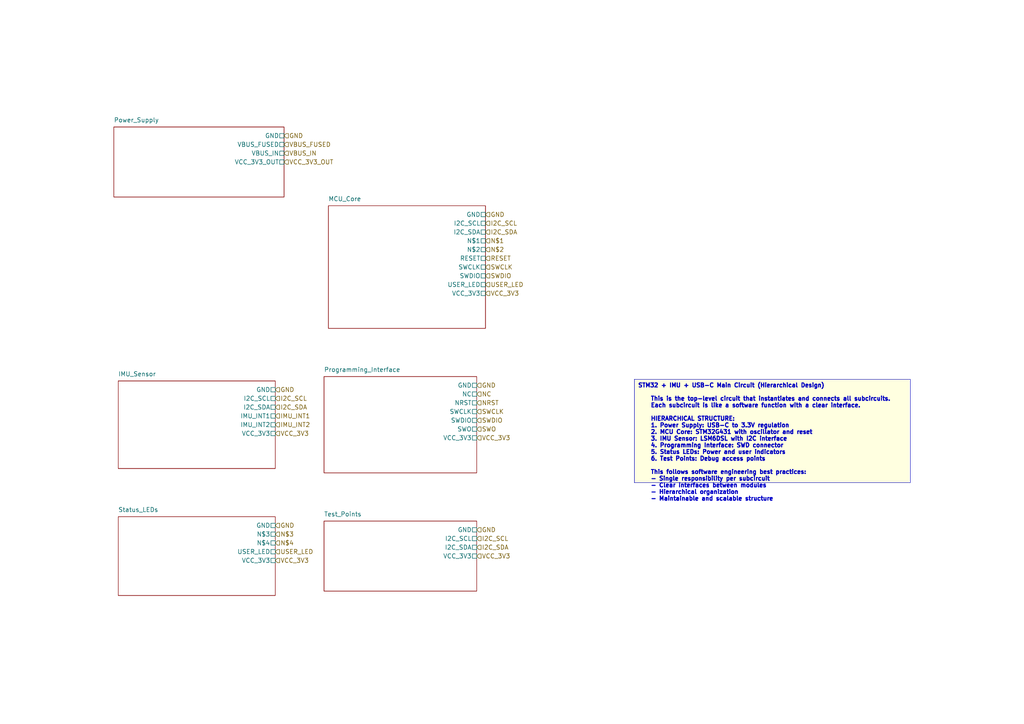
<source format=kicad_sch>
(kicad_sch
	(version 20250114)
	(generator "kicad_api")
	(generator_version 9.0)
	(uuid e9028e5b-478d-4c8f-be8b-64bd77206dcd)
	(paper A4)
	(lib_symbols)
	(paper A4)
	(title_block
		(title STM32_IMU_USBC_Hierarchical)
		(date 2025-07-29)
		(company Circuit-Synth)
	)
	(hierarchical_label
		GND
		(shape input)
		(at 82.39 39.37 0)
		(effects
			(font
				(size 1.27 1.27)
			)
			(justify left)
		)
		(uuid 49217091-9221-42a2-87cc-08dbbc5ceeff)
	)
	(hierarchical_label
		VBUS_FUSED
		(shape input)
		(at 82.39 41.910000000000004 0)
		(effects
			(font
				(size 1.27 1.27)
			)
			(justify left)
		)
		(uuid c5d330ee-76ee-4249-b30c-c9d7957fee32)
	)
	(hierarchical_label
		VBUS_IN
		(shape input)
		(at 82.39 44.45 0)
		(effects
			(font
				(size 1.27 1.27)
			)
			(justify left)
		)
		(uuid 5f7f1e85-3f87-472b-bf43-d785ad6c1f5a)
	)
	(hierarchical_label
		VCC_3V3_OUT
		(shape input)
		(at 82.39 46.99 0)
		(effects
			(font
				(size 1.27 1.27)
			)
			(justify left)
		)
		(uuid cdc1617b-2a9e-46a6-946f-fab30f359747)
	)
	(hierarchical_label
		GND
		(shape input)
		(at 140.81 62.230000000000004 0)
		(effects
			(font
				(size 1.27 1.27)
			)
			(justify left)
		)
		(uuid 2161b02c-5483-4a71-8281-9b9e27c0720e)
	)
	(hierarchical_label
		I2C_SCL
		(shape input)
		(at 140.81 64.77 0)
		(effects
			(font
				(size 1.27 1.27)
			)
			(justify left)
		)
		(uuid 9d9019cf-13eb-4723-be21-2bf02b138225)
	)
	(hierarchical_label
		I2C_SDA
		(shape input)
		(at 140.81 67.31 0)
		(effects
			(font
				(size 1.27 1.27)
			)
			(justify left)
		)
		(uuid 718ac007-5274-4dc1-becf-9dee60588199)
	)
	(hierarchical_label
		N$1
		(shape input)
		(at 140.81 69.85 0)
		(effects
			(font
				(size 1.27 1.27)
			)
			(justify left)
		)
		(uuid 72f7b533-592d-4944-8056-597e2069dd6d)
	)
	(hierarchical_label
		N$2
		(shape input)
		(at 140.81 72.39 0)
		(effects
			(font
				(size 1.27 1.27)
			)
			(justify left)
		)
		(uuid 9aee19e3-b1e6-440b-85ee-e5f75e7a33b7)
	)
	(hierarchical_label
		RESET
		(shape input)
		(at 140.81 74.93 0)
		(effects
			(font
				(size 1.27 1.27)
			)
			(justify left)
		)
		(uuid 08115fc1-fed5-48b4-a1e4-8c8c7e718715)
	)
	(hierarchical_label
		SWCLK
		(shape input)
		(at 140.81 77.47 0)
		(effects
			(font
				(size 1.27 1.27)
			)
			(justify left)
		)
		(uuid 59c2ce5b-0584-40fe-892b-d5f5b412fe39)
	)
	(hierarchical_label
		SWDIO
		(shape input)
		(at 140.81 80.01 0)
		(effects
			(font
				(size 1.27 1.27)
			)
			(justify left)
		)
		(uuid 121d713c-758e-497f-8151-f7757ac1b1c9)
	)
	(hierarchical_label
		USER_LED
		(shape input)
		(at 140.81 82.55 0)
		(effects
			(font
				(size 1.27 1.27)
			)
			(justify left)
		)
		(uuid b1340ad7-9c20-46f5-8ba2-87316907161f)
	)
	(hierarchical_label
		VCC_3V3
		(shape input)
		(at 140.81 85.09 0)
		(effects
			(font
				(size 1.27 1.27)
			)
			(justify left)
		)
		(uuid 68a2ba89-a418-4618-bafe-475a485dbfe1)
	)
	(hierarchical_label
		GND
		(shape input)
		(at 79.85 113.03 0)
		(effects
			(font
				(size 1.27 1.27)
			)
			(justify left)
		)
		(uuid 34e71d24-d09d-4d73-a830-ced144dfbd45)
	)
	(hierarchical_label
		I2C_SCL
		(shape input)
		(at 79.85 115.57000000000001 0)
		(effects
			(font
				(size 1.27 1.27)
			)
			(justify left)
		)
		(uuid 9d304cef-b409-489f-88f5-62a1bae4673c)
	)
	(hierarchical_label
		I2C_SDA
		(shape input)
		(at 79.85 118.11 0)
		(effects
			(font
				(size 1.27 1.27)
			)
			(justify left)
		)
		(uuid 7ac47cd9-46ca-454d-9f28-d5be7ce2ccc5)
	)
	(hierarchical_label
		IMU_INT1
		(shape input)
		(at 79.85 120.65 0)
		(effects
			(font
				(size 1.27 1.27)
			)
			(justify left)
		)
		(uuid 4a6c99dc-daa0-4a59-b003-134a5fbb72cf)
	)
	(hierarchical_label
		IMU_INT2
		(shape input)
		(at 79.85 123.19 0)
		(effects
			(font
				(size 1.27 1.27)
			)
			(justify left)
		)
		(uuid 0c2bcee0-19d6-4d61-b937-888aa7f72f53)
	)
	(hierarchical_label
		VCC_3V3
		(shape input)
		(at 79.85 125.73 0)
		(effects
			(font
				(size 1.27 1.27)
			)
			(justify left)
		)
		(uuid 0d4ab072-6b8e-48ef-822a-ed5c72d0f5ef)
	)
	(hierarchical_label
		GND
		(shape input)
		(at 138.27 111.76 0)
		(effects
			(font
				(size 1.27 1.27)
			)
			(justify left)
		)
		(uuid bb8bebbf-4bb9-46c6-818d-ab2ab2b80e66)
	)
	(hierarchical_label
		NC
		(shape input)
		(at 138.27 114.3 0)
		(effects
			(font
				(size 1.27 1.27)
			)
			(justify left)
		)
		(uuid 02c58ab1-3cf6-457e-a541-192513198605)
	)
	(hierarchical_label
		NRST
		(shape input)
		(at 138.27 116.84 0)
		(effects
			(font
				(size 1.27 1.27)
			)
			(justify left)
		)
		(uuid 2ce4b76b-3fb9-4ba9-9d75-75ad00b5d488)
	)
	(hierarchical_label
		SWCLK
		(shape input)
		(at 138.27 119.38 0)
		(effects
			(font
				(size 1.27 1.27)
			)
			(justify left)
		)
		(uuid 88cf985b-1d1c-4e66-bdac-f418ebdd155b)
	)
	(hierarchical_label
		SWDIO
		(shape input)
		(at 138.27 121.92 0)
		(effects
			(font
				(size 1.27 1.27)
			)
			(justify left)
		)
		(uuid 0bd16fcf-19c3-4440-ab9c-d3877c3a00e4)
	)
	(hierarchical_label
		SWO
		(shape input)
		(at 138.27 124.46000000000001 0)
		(effects
			(font
				(size 1.27 1.27)
			)
			(justify left)
		)
		(uuid a9d08dd2-de53-466b-a560-5c56e728a164)
	)
	(hierarchical_label
		VCC_3V3
		(shape input)
		(at 138.27 127.0 0)
		(effects
			(font
				(size 1.27 1.27)
			)
			(justify left)
		)
		(uuid 160e3277-c1b6-4215-aa01-e2798217cb49)
	)
	(hierarchical_label
		GND
		(shape input)
		(at 79.85 152.4 0)
		(effects
			(font
				(size 1.27 1.27)
			)
			(justify left)
		)
		(uuid 59cefde4-cd36-46ac-bc41-cb00b3b23fd9)
	)
	(hierarchical_label
		N$3
		(shape input)
		(at 79.85 154.94 0)
		(effects
			(font
				(size 1.27 1.27)
			)
			(justify left)
		)
		(uuid 1db6fba0-6164-464f-a480-3ab8a870c13a)
	)
	(hierarchical_label
		N$4
		(shape input)
		(at 79.85 157.48 0)
		(effects
			(font
				(size 1.27 1.27)
			)
			(justify left)
		)
		(uuid 5424f633-3578-4496-b0c6-3ba036093378)
	)
	(hierarchical_label
		USER_LED
		(shape input)
		(at 79.85 160.02 0)
		(effects
			(font
				(size 1.27 1.27)
			)
			(justify left)
		)
		(uuid c51f30cb-1b96-41f2-acbc-94ec59cf0dd0)
	)
	(hierarchical_label
		VCC_3V3
		(shape input)
		(at 79.85 162.56 0)
		(effects
			(font
				(size 1.27 1.27)
			)
			(justify left)
		)
		(uuid 1111e2b4-049e-4b3f-b43b-cda2eb57cbde)
	)
	(hierarchical_label
		GND
		(shape input)
		(at 138.27 153.67000000000002 0)
		(effects
			(font
				(size 1.27 1.27)
			)
			(justify left)
		)
		(uuid cec555e9-1b06-4b2f-8793-f94402a9736f)
	)
	(hierarchical_label
		I2C_SCL
		(shape input)
		(at 138.27 156.21 0)
		(effects
			(font
				(size 1.27 1.27)
			)
			(justify left)
		)
		(uuid 8785001b-8cc0-4a73-b362-53015915e45f)
	)
	(hierarchical_label
		I2C_SDA
		(shape input)
		(at 138.27 158.75 0)
		(effects
			(font
				(size 1.27 1.27)
			)
			(justify left)
		)
		(uuid 9038255b-6321-41e7-a03a-7cd7fcf6cfe1)
	)
	(hierarchical_label
		VCC_3V3
		(shape input)
		(at 138.27 161.29 0)
		(effects
			(font
				(size 1.27 1.27)
			)
			(justify left)
		)
		(uuid 5679c87f-5b0b-425e-bd12-6882c8b51469)
	)
	(sheet
		(at 33.02 36.83)
		(size 49.37 20.32)
		(stroke
			(width 0.12)
			(type solid)
		)
		(fill
			(color
				0
				0
				0
				0.0
			)
		)
		(uuid 37a2e3fb-2dd3-4c53-ab1e-6ce1cd896d82)
		(property
			"Sheetname"
			"Power_Supply"
			(at 33.02 35.559999999999995 0)
			(effects
				(font
					(size 1.27 1.27)
				)
				(justify left bottom)
			)
		)
		(property
			"Sheetfile"
			"Power_Supply.kicad_sch"
			(at 33.02 58.42 0)
			(effects
				(font
					(size 1.27 1.27)
				)
				(justify left top)
				(hide yes)
			)
		)
		(pin
			GND
			passive
			(at 81.12 39.37 0)
			(effects
				(font
					(size 1.27 1.27)
				)
				(justify right)
			)
			(uuid 53f29961-fdb7-4b5d-a2bf-0027ce08e6a0)
		)
		(pin
			VBUS_FUSED
			passive
			(at 81.12 41.910000000000004 0)
			(effects
				(font
					(size 1.27 1.27)
				)
				(justify right)
			)
			(uuid 7f3ddff4-767e-4354-a490-9629bcb3f993)
		)
		(pin
			VBUS_IN
			passive
			(at 81.12 44.45 0)
			(effects
				(font
					(size 1.27 1.27)
				)
				(justify right)
			)
			(uuid 3d34727d-622a-4b4c-b749-5402e19b4384)
		)
		(pin
			VCC_3V3_OUT
			passive
			(at 81.12 46.99 0)
			(effects
				(font
					(size 1.27 1.27)
				)
				(justify right)
			)
			(uuid f397d530-8a44-45bc-a20d-16380544c191)
		)
		(instances
			(project
				"circuit_synth"
				(path
					"/"
					(page "1")
				)
			)
		)
	)
	(sheet
		(at 95.25 59.69)
		(size 45.56 35.56)
		(stroke
			(width 0.12)
			(type solid)
		)
		(fill
			(color
				0
				0
				0
				0.0
			)
		)
		(uuid c24127da-ff54-47dc-8d3c-1da1a109019c)
		(property
			"Sheetname"
			"MCU_Core"
			(at 95.25 58.419999999999995 0)
			(effects
				(font
					(size 1.27 1.27)
				)
				(justify left bottom)
			)
		)
		(property
			"Sheetfile"
			"MCU_Core.kicad_sch"
			(at 95.25 96.52 0)
			(effects
				(font
					(size 1.27 1.27)
				)
				(justify left top)
				(hide yes)
			)
		)
		(pin
			GND
			passive
			(at 139.54 62.230000000000004 0)
			(effects
				(font
					(size 1.27 1.27)
				)
				(justify right)
			)
			(uuid 3870705f-eada-4255-842a-2c5263736882)
		)
		(pin
			I2C_SCL
			passive
			(at 139.54 64.77 0)
			(effects
				(font
					(size 1.27 1.27)
				)
				(justify right)
			)
			(uuid 54b1daef-20b8-477d-932b-1fbbeda897b1)
		)
		(pin
			I2C_SDA
			passive
			(at 139.54 67.31 0)
			(effects
				(font
					(size 1.27 1.27)
				)
				(justify right)
			)
			(uuid b87f40ed-5808-44fd-a85f-1248c32626e5)
		)
		(pin
			N$1
			passive
			(at 139.54 69.85 0)
			(effects
				(font
					(size 1.27 1.27)
				)
				(justify right)
			)
			(uuid 39e4e676-81ee-43e9-b3de-b8c963bd0769)
		)
		(pin
			N$2
			passive
			(at 139.54 72.39 0)
			(effects
				(font
					(size 1.27 1.27)
				)
				(justify right)
			)
			(uuid bf30d9f3-08f7-4c58-b640-dea15f45727a)
		)
		(pin
			RESET
			passive
			(at 139.54 74.93 0)
			(effects
				(font
					(size 1.27 1.27)
				)
				(justify right)
			)
			(uuid f492fab8-af12-4288-9b21-397b49643a5a)
		)
		(pin
			SWCLK
			passive
			(at 139.54 77.47 0)
			(effects
				(font
					(size 1.27 1.27)
				)
				(justify right)
			)
			(uuid 5dcef106-870f-4d6e-9a4b-6fadb80096c9)
		)
		(pin
			SWDIO
			passive
			(at 139.54 80.01 0)
			(effects
				(font
					(size 1.27 1.27)
				)
				(justify right)
			)
			(uuid face3e57-0669-4243-92f8-6f9a4b22c30e)
		)
		(pin
			USER_LED
			passive
			(at 139.54 82.55 0)
			(effects
				(font
					(size 1.27 1.27)
				)
				(justify right)
			)
			(uuid ccb4034f-dc74-4b1c-9cce-878cea9ff7b6)
		)
		(pin
			VCC_3V3
			passive
			(at 139.54 85.09 0)
			(effects
				(font
					(size 1.27 1.27)
				)
				(justify right)
			)
			(uuid 7d29d727-1482-4eab-88c2-52e2142def36)
		)
		(instances
			(project
				"circuit_synth"
				(path
					"/"
					(page "1")
				)
			)
		)
	)
	(sheet
		(at 34.29 110.49)
		(size 45.56 25.4)
		(stroke
			(width 0.12)
			(type solid)
		)
		(fill
			(color
				0
				0
				0
				0.0
			)
		)
		(uuid 96ee667c-522c-4154-88f4-37c513f8f0ce)
		(property
			"Sheetname"
			"IMU_Sensor"
			(at 34.29 109.22 0)
			(effects
				(font
					(size 1.27 1.27)
				)
				(justify left bottom)
			)
		)
		(property
			"Sheetfile"
			"IMU_Sensor.kicad_sch"
			(at 34.29 137.16 0)
			(effects
				(font
					(size 1.27 1.27)
				)
				(justify left top)
				(hide yes)
			)
		)
		(pin
			GND
			passive
			(at 78.58 113.03 0)
			(effects
				(font
					(size 1.27 1.27)
				)
				(justify right)
			)
			(uuid ff392ba2-4c46-4da6-938e-9c6006be8bed)
		)
		(pin
			I2C_SCL
			passive
			(at 78.58 115.57000000000001 0)
			(effects
				(font
					(size 1.27 1.27)
				)
				(justify right)
			)
			(uuid 72918d31-28c0-4dd8-8413-ec33f5104d37)
		)
		(pin
			I2C_SDA
			passive
			(at 78.58 118.11 0)
			(effects
				(font
					(size 1.27 1.27)
				)
				(justify right)
			)
			(uuid f41b5918-c229-47bc-9b73-b593a2bac084)
		)
		(pin
			IMU_INT1
			passive
			(at 78.58 120.65 0)
			(effects
				(font
					(size 1.27 1.27)
				)
				(justify right)
			)
			(uuid c51c47f2-415d-428e-9036-57b5dfce0810)
		)
		(pin
			IMU_INT2
			passive
			(at 78.58 123.19 0)
			(effects
				(font
					(size 1.27 1.27)
				)
				(justify right)
			)
			(uuid e8f504ad-4eb6-4e85-876c-8b74babecf89)
		)
		(pin
			VCC_3V3
			passive
			(at 78.58 125.73 0)
			(effects
				(font
					(size 1.27 1.27)
				)
				(justify right)
			)
			(uuid c75e353e-9f4b-44b6-99ee-25de7e776310)
		)
		(instances
			(project
				"circuit_synth"
				(path
					"/"
					(page "1")
				)
			)
		)
	)
	(sheet
		(at 93.98 109.22)
		(size 44.29 27.94)
		(stroke
			(width 0.12)
			(type solid)
		)
		(fill
			(color
				0
				0
				0
				0.0
			)
		)
		(uuid d4f39908-2e04-4d14-88d8-f48e7358d051)
		(property
			"Sheetname"
			"Programming_Interface"
			(at 93.98 107.95 0)
			(effects
				(font
					(size 1.27 1.27)
				)
				(justify left bottom)
			)
		)
		(property
			"Sheetfile"
			"Programming_Interface.kicad_sch"
			(at 93.98 138.43 0)
			(effects
				(font
					(size 1.27 1.27)
				)
				(justify left top)
				(hide yes)
			)
		)
		(pin
			GND
			passive
			(at 137.0 111.76 0)
			(effects
				(font
					(size 1.27 1.27)
				)
				(justify right)
			)
			(uuid d28caf5f-8421-4cd4-b66c-481ad1f5d348)
		)
		(pin
			NC
			passive
			(at 137.0 114.3 0)
			(effects
				(font
					(size 1.27 1.27)
				)
				(justify right)
			)
			(uuid e3487824-98e1-40ac-bb69-e1f530ff91cc)
		)
		(pin
			NRST
			passive
			(at 137.0 116.84 0)
			(effects
				(font
					(size 1.27 1.27)
				)
				(justify right)
			)
			(uuid 885ba217-b048-4c88-8764-7642cd315d74)
		)
		(pin
			SWCLK
			passive
			(at 137.0 119.38 0)
			(effects
				(font
					(size 1.27 1.27)
				)
				(justify right)
			)
			(uuid 7580513e-3094-488b-bff3-0a720797b559)
		)
		(pin
			SWDIO
			passive
			(at 137.0 121.92 0)
			(effects
				(font
					(size 1.27 1.27)
				)
				(justify right)
			)
			(uuid d83dfe60-e1b9-4c61-8c9c-8c5da810e7a7)
		)
		(pin
			SWO
			passive
			(at 137.0 124.46000000000001 0)
			(effects
				(font
					(size 1.27 1.27)
				)
				(justify right)
			)
			(uuid bed0a609-02c5-4759-8141-cb55671eff23)
		)
		(pin
			VCC_3V3
			passive
			(at 137.0 127.0 0)
			(effects
				(font
					(size 1.27 1.27)
				)
				(justify right)
			)
			(uuid 0229036b-0105-47c9-8deb-437f57e2c819)
		)
		(instances
			(project
				"circuit_synth"
				(path
					"/"
					(page "1")
				)
			)
		)
	)
	(sheet
		(at 34.29 149.86)
		(size 45.56 22.86)
		(stroke
			(width 0.12)
			(type solid)
		)
		(fill
			(color
				0
				0
				0
				0.0
			)
		)
		(uuid add4435e-e287-4364-9bbd-13038b3211c3)
		(property
			"Sheetname"
			"Status_LEDs"
			(at 34.29 148.59 0)
			(effects
				(font
					(size 1.27 1.27)
				)
				(justify left bottom)
			)
		)
		(property
			"Sheetfile"
			"Status_LEDs.kicad_sch"
			(at 34.29 173.99000000000004 0)
			(effects
				(font
					(size 1.27 1.27)
				)
				(justify left top)
				(hide yes)
			)
		)
		(pin
			GND
			passive
			(at 78.58 152.4 0)
			(effects
				(font
					(size 1.27 1.27)
				)
				(justify right)
			)
			(uuid ee3af20d-74fb-41e4-9ba3-6cf923c65b72)
		)
		(pin
			N$3
			passive
			(at 78.58 154.94 0)
			(effects
				(font
					(size 1.27 1.27)
				)
				(justify right)
			)
			(uuid 33ad1bd3-61c5-4e23-b60f-aa5875dcf33d)
		)
		(pin
			N$4
			passive
			(at 78.58 157.48 0)
			(effects
				(font
					(size 1.27 1.27)
				)
				(justify right)
			)
			(uuid 98f0456b-e938-44d7-a1f7-4d769f2cd34c)
		)
		(pin
			USER_LED
			passive
			(at 78.58 160.02 0)
			(effects
				(font
					(size 1.27 1.27)
				)
				(justify right)
			)
			(uuid b509c88a-36bd-4afc-93bc-9bb223eb8c54)
		)
		(pin
			VCC_3V3
			passive
			(at 78.58 162.56 0)
			(effects
				(font
					(size 1.27 1.27)
				)
				(justify right)
			)
			(uuid ee42bb3b-f455-4fc4-9cb2-8a7d6644e67f)
		)
		(instances
			(project
				"circuit_synth"
				(path
					"/"
					(page "1")
				)
			)
		)
	)
	(sheet
		(at 93.98 151.13)
		(size 44.29 20.32)
		(stroke
			(width 0.12)
			(type solid)
		)
		(fill
			(color
				0
				0
				0
				0.0
			)
		)
		(uuid 7c6ade81-4c5e-4b4a-976c-cbd20cae1d09)
		(property
			"Sheetname"
			"Test_Points"
			(at 93.98 149.85999999999999 0)
			(effects
				(font
					(size 1.27 1.27)
				)
				(justify left bottom)
			)
		)
		(property
			"Sheetfile"
			"Test_Points.kicad_sch"
			(at 93.98 172.72 0)
			(effects
				(font
					(size 1.27 1.27)
				)
				(justify left top)
				(hide yes)
			)
		)
		(pin
			GND
			passive
			(at 137.0 153.67000000000002 0)
			(effects
				(font
					(size 1.27 1.27)
				)
				(justify right)
			)
			(uuid b01e95bb-76ef-42e8-aae3-bfe160aa91f5)
		)
		(pin
			I2C_SCL
			passive
			(at 137.0 156.21 0)
			(effects
				(font
					(size 1.27 1.27)
				)
				(justify right)
			)
			(uuid dcfd8478-b9d3-4fee-bb4d-be5d9aeef0fb)
		)
		(pin
			I2C_SDA
			passive
			(at 137.0 158.75 0)
			(effects
				(font
					(size 1.27 1.27)
				)
				(justify right)
			)
			(uuid 691d87e2-0304-47c7-a5c5-6fe2b6257ad2)
		)
		(pin
			VCC_3V3
			passive
			(at 137.0 161.29 0)
			(effects
				(font
					(size 1.27 1.27)
				)
				(justify right)
			)
			(uuid 78043f37-3b27-4fa4-8744-ed420ec52e43)
		)
		(instances
			(project
				"circuit_synth"
				(path
					"/"
					(page "1")
				)
			)
		)
	)
	(text_box
		"STM32 + IMU + USB-C Main Circuit (Hierarchical Design)\n    \n    This is the top-level circuit that instantiates and connects all subcircuits.\n    Each subcircuit is like a software function with a clear interface.\n    \n    HIERARCHICAL STRUCTURE:\n    1. Power Supply: USB-C to 3.3V regulation\n    2. MCU Core: STM32G431 with oscillator and reset\n    3. IMU Sensor: LSM6DSL with I2C interface\n    4. Programming Interface: SWD connector\n    5. Status LEDs: Power and user indicators\n    6. Test Points: Debug access points\n    \n    This follows software engineering best practices:\n    - Single responsibility per subcircuit\n    - Clear interfaces between modules\n    - Hierarchical organization\n    - Maintainable and scalable structure"
		(exclude_from_sim yes)
		(at 184.0 110.0 0)
		(size 80.0 30.0)
		(margins
			1.0
			1.0
			1.0
			1.0
		)
		(stroke
			(width 0.1)
			(type solid)
		)
		(fill
			(type color)
			(color
				255
				255
				224
				1
			)
		)
		(effects
			(font
				(size 1.2 1.2)
				(thickness 0.254)
			)
			(justify left top)
		)
		(uuid 4240bf64-a125-4b20-921e-1e7657632b69)
	)
	(text_box
		"STM32 + IMU + USB-C Main Circuit (Hierarchical Design)\n    \n    This is the top-level circuit that instantiates and connects all subcircuits.\n    Each subcircuit is like a software function with a clear interface.\n    \n    HIERARCHICAL STRUCTURE:\n    1. Power Supply: USB-C to 3.3V regulation\n    2. MCU Core: STM32G431 with oscillator and reset\n    3. IMU Sensor: LSM6DSL with I2C interface\n    4. Programming Interface: SWD connector\n    5. Status LEDs: Power and user indicators\n    6. Test Points: Debug access points\n    \n    This follows software engineering best practices:\n    - Single responsibility per subcircuit\n    - Clear interfaces between modules\n    - Hierarchical organization\n    - Maintainable and scalable structure"
		(exclude_from_sim yes)
		(at 184.0 110.0 0)
		(size 80.0 30.0)
		(margins
			1.0
			1.0
			1.0
			1.0
		)
		(stroke
			(width 0.1)
			(type solid)
		)
		(fill
			(type color)
			(color
				255
				255
				224
				1
			)
		)
		(effects
			(font
				(size 1.2 1.2)
				(thickness 0.254)
			)
			(justify left top)
		)
		(uuid 4240bf64-a125-4b20-921e-1e7657632b69)
	)
	(sheet_instances
		(path
			"/3fe08051-55e1-4479-a9ba-a3e40f35f036/02b7daf5-a06b-4ad5-aac2-0d58d199d928"
			(page "1")
		)
	)
	(embedded_fonts no)
	(sheet_instances
		(path
			"/"
			(page "1")
		)
	)
)
</source>
